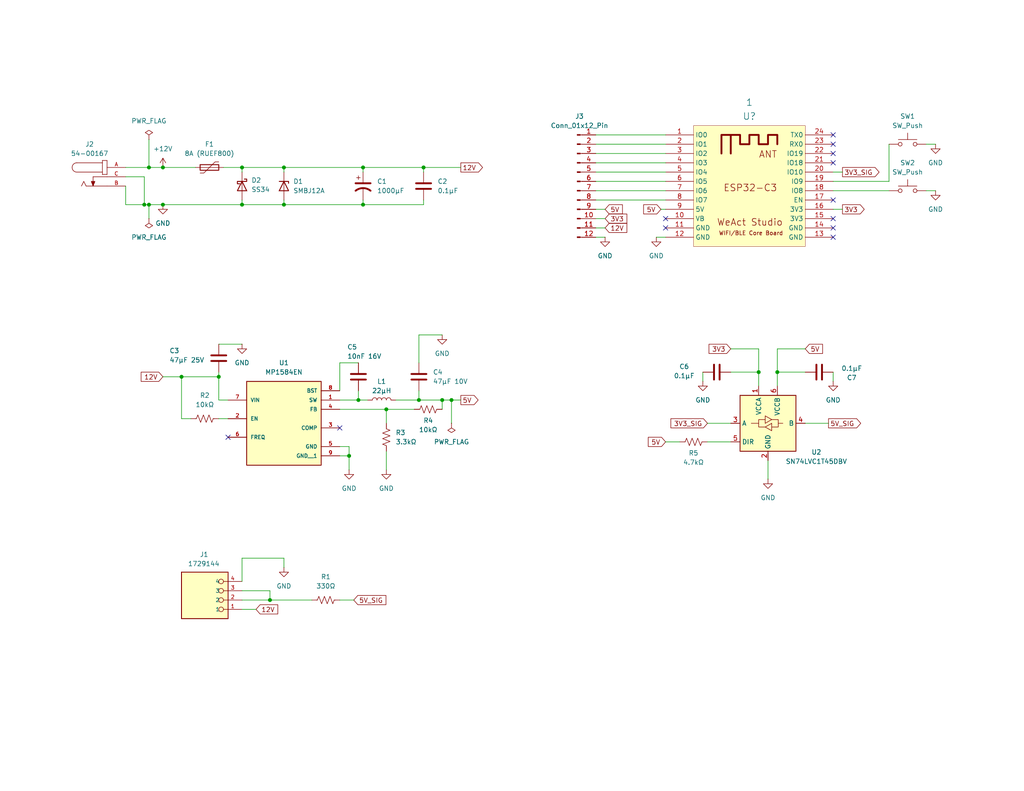
<source format=kicad_sch>
(kicad_sch (version 20231120) (generator "eeschema") (generator_version "8.0")
  (paper "USLetter")
  (title_block (title "LEDFoot") (date "2025-01-03") (rev "1") (company "Frosted Design"))
  (lib_symbols
    (symbol "1729144:1729144" (pin_names (offset 1.016))
      (property "Reference" "J" (at -6.85 7.62 0))
      (property "Value" "1729144" (at -6.35 -7.62 0))
      (symbol "1729144_0_0"
        (rectangle (start -6.35 -5.08) (end 6.35 7.62) (stroke (width 0.254)) (fill (type background)))
        (circle (center -4.445 -2.54) (radius 0.635) (stroke (width 0.1524)))
        (circle (center -4.445 0) (radius 0.635) (stroke (width 0.1524)))
        (circle (center -4.445 2.54) (radius 0.635) (stroke (width 0.1524)))
        (circle (center -4.445 5.08) (radius 0.635) (stroke (width 0.1524)))
        (pin passive line (at -10.16 5.08 0) (length 5.08) (name "1") (number "1"))
        (pin passive line (at -10.16 2.54 0) (length 5.08) (name "2") (number "2"))
        (pin passive line (at -10.16 0 0) (length 5.08) (name "3") (number "3"))
        (pin passive line (at -10.16 -2.54 0) (length 5.08) (name "4") (number "4"))
      )
    )
    (symbol "54-00167:54-00167" (pin_names (offset 1.016))
      (property "Reference" "J" (at -7.62 5.08 0))
      (property "Value" "54-00167" (at -7.62 -5.08 0))
      (symbol "54-00167_0_0"
        (arc (start -8.255 3.81) (mid -9.5194 2.54) (end -8.255 1.27) (stroke (width 0.1524)))
        (polyline (pts (xy -8.255 3.81) (xy -1.27 3.81)) (stroke (width 0.1524)))
        (polyline (pts (xy -6.35 -1.27) (xy -6.985 -2.54)) (stroke (width 0.1524)))
        (polyline (pts (xy -5.715 -2.54) (xy -6.35 -1.27)) (stroke (width 0.1524)))
        (polyline (pts (xy -3.81 0) (xy -3.81 -2.54)) (stroke (width 0.1524)))
        (polyline (pts (xy -1.27 0.635) (xy 0 0.635)) (stroke (width 0.1524)))
        (polyline (pts (xy -1.27 1.27) (xy -8.255 1.27)) (stroke (width 0.1524)))
        (polyline (pts (xy -1.27 1.27) (xy -1.27 0.635)) (stroke (width 0.1524)))
        (polyline (pts (xy -1.27 3.81) (xy -1.27 1.27)) (stroke (width 0.1524)))
        (polyline (pts (xy -1.27 4.445) (xy -1.27 3.81)) (stroke (width 0.1524)))
        (polyline (pts (xy 0 -2.54) (xy -5.715 -2.54)) (stroke (width 0.1524)))
        (polyline (pts (xy 0 0) (xy -3.81 0)) (stroke (width 0.1524)))
        (polyline (pts (xy 0 0.635) (xy 0 4.445)) (stroke (width 0.1524)))
        (polyline (pts (xy 0 4.445) (xy -1.27 4.445)) (stroke (width 0.1524)))
        (polyline (pts (xy -3.81 -2.54) (xy -4.318 -1.27) (xy -3.302 -1.27) (xy -3.81 -2.54)) (stroke (width 0.1524)) (fill (type outline)))
        (pin passive line (at 5.08 2.54 180) (length 5.08) (name "~") (number "A"))
        (pin passive line (at 5.08 -2.54 180) (length 5.08) (name "~") (number "B"))
        (pin passive line (at 5.08 0 180) (length 5.08) (name "~") (number "C"))
      )
    )
    (symbol "Connector:Conn_01x12_Pin" (pin_names (offset 1.016) hide)
      (property "Reference" "J" (at 0 15.24 0))
      (property "Value" "Conn_01x12_Pin" (at 0 -17.78 0))
      (symbol "Conn_01x12_Pin_1_1"
        (polyline (pts (xy 1.27 -15.24) (xy 0.8636 -15.24)) (stroke (width 0.1524)))
        (polyline (pts (xy 1.27 -12.7) (xy 0.8636 -12.7)) (stroke (width 0.1524)))
        (polyline (pts (xy 1.27 -10.16) (xy 0.8636 -10.16)) (stroke (width 0.1524)))
        (polyline (pts (xy 1.27 -7.62) (xy 0.8636 -7.62)) (stroke (width 0.1524)))
        (polyline (pts (xy 1.27 -5.08) (xy 0.8636 -5.08)) (stroke (width 0.1524)))
        (polyline (pts (xy 1.27 -2.54) (xy 0.8636 -2.54)) (stroke (width 0.1524)))
        (polyline (pts (xy 1.27 0) (xy 0.8636 0)) (stroke (width 0.1524)))
        (polyline (pts (xy 1.27 2.54) (xy 0.8636 2.54)) (stroke (width 0.1524)))
        (polyline (pts (xy 1.27 5.08) (xy 0.8636 5.08)) (stroke (width 0.1524)))
        (polyline (pts (xy 1.27 7.62) (xy 0.8636 7.62)) (stroke (width 0.1524)))
        (polyline (pts (xy 1.27 10.16) (xy 0.8636 10.16)) (stroke (width 0.1524)))
        (polyline (pts (xy 1.27 12.7) (xy 0.8636 12.7)) (stroke (width 0.1524)))
        (rectangle (start 0.8636 -15.113) (end 0 -15.367) (stroke (width 0.1524)) (fill (type outline)))
        (rectangle (start 0.8636 -12.573) (end 0 -12.827) (stroke (width 0.1524)) (fill (type outline)))
        (rectangle (start 0.8636 -10.033) (end 0 -10.287) (stroke (width 0.1524)) (fill (type outline)))
        (rectangle (start 0.8636 -7.493) (end 0 -7.747) (stroke (width 0.1524)) (fill (type outline)))
        (rectangle (start 0.8636 -4.953) (end 0 -5.207) (stroke (width 0.1524)) (fill (type outline)))
        (rectangle (start 0.8636 -2.413) (end 0 -2.667) (stroke (width 0.1524)) (fill (type outline)))
        (rectangle (start 0.8636 0.127) (end 0 -0.127) (stroke (width 0.1524)) (fill (type outline)))
        (rectangle (start 0.8636 2.667) (end 0 2.413) (stroke (width 0.1524)) (fill (type outline)))
        (rectangle (start 0.8636 5.207) (end 0 4.953) (stroke (width 0.1524)) (fill (type outline)))
        (rectangle (start 0.8636 7.747) (end 0 7.493) (stroke (width 0.1524)) (fill (type outline)))
        (rectangle (start 0.8636 10.287) (end 0 10.033) (stroke (width 0.1524)) (fill (type outline)))
        (rectangle (start 0.8636 12.827) (end 0 12.573) (stroke (width 0.1524)) (fill (type outline)))
        (pin passive line (at 5.08 12.7 180) (length 3.81) (name "Pin_1") (number "1"))
        (pin passive line (at 5.08 -10.16 180) (length 3.81) (name "Pin_10") (number "10"))
        (pin passive line (at 5.08 -12.7 180) (length 3.81) (name "Pin_11") (number "11"))
        (pin passive line (at 5.08 -15.24 180) (length 3.81) (name "Pin_12") (number "12"))
        (pin passive line (at 5.08 10.16 180) (length 3.81) (name "Pin_2") (number "2"))
        (pin passive line (at 5.08 7.62 180) (length 3.81) (name "Pin_3") (number "3"))
        (pin passive line (at 5.08 5.08 180) (length 3.81) (name "Pin_4") (number "4"))
        (pin passive line (at 5.08 2.54 180) (length 3.81) (name "Pin_5") (number "5"))
        (pin passive line (at 5.08 0 180) (length 3.81) (name "Pin_6") (number "6"))
        (pin passive line (at 5.08 -2.54 180) (length 3.81) (name "Pin_7") (number "7"))
        (pin passive line (at 5.08 -5.08 180) (length 3.81) (name "Pin_8") (number "8"))
        (pin passive line (at 5.08 -7.62 180) (length 3.81) (name "Pin_9") (number "9"))
      )
    )
    (symbol "Device:C" (pin_numbers hide) (pin_names (offset 0.254))
      (property "Reference" "C" (at 0.635 2.54 0))
      (property "Value" "C" (at 0.635 -2.54 0))
      (symbol "C_0_1"
        (polyline (pts (xy -2.032 -0.762) (xy 2.032 -0.762)) (stroke (width 0.508)))
        (polyline (pts (xy -2.032 0.762) (xy 2.032 0.762)) (stroke (width 0.508)))
      )
      (symbol "C_1_1"
        (pin passive line (at 0 3.81 270) (length 2.794) (name "~") (number "1"))
        (pin passive line (at 0 -3.81 90) (length 2.794) (name "~") (number "2"))
      )
    )
    (symbol "Device:C_Polarized_US" (pin_numbers hide) (pin_names (offset 0.254) hide)
      (property "Reference" "C" (at 0.635 2.54 0))
      (property "Value" "C_Polarized_US" (at 0.635 -2.54 0))
      (symbol "C_Polarized_US_0_1"
        (polyline (pts (xy -2.032 0.762) (xy 2.032 0.762)) (stroke (width 0.508)))
        (polyline (pts (xy -1.778 2.286) (xy -0.762 2.286)))
        (polyline (pts (xy -1.27 1.778) (xy -1.27 2.794)))
        (arc (start 2.032 -1.27) (mid 0 -0.5572) (end -2.032 -1.27) (stroke (width 0.508)))
      )
      (symbol "C_Polarized_US_1_1"
        (pin passive line (at 0 3.81 270) (length 2.794) (name "~") (number "1"))
        (pin passive line (at 0 -3.81 90) (length 3.302) (name "~") (number "2"))
      )
    )
    (symbol "Device:L" (pin_numbers hide) (pin_names (offset 1.016) hide)
      (property "Reference" "L" (at -1.27 0 90))
      (property "Value" "L" (at 1.905 0 90))
      (symbol "L_0_1"
        (arc (start 0 -2.54) (mid 0.6323 -1.905) (end 0 -1.27))
        (arc (start 0 -1.27) (mid 0.6323 -0.635) (end 0 0))
        (arc (start 0 0) (mid 0.6323 0.635) (end 0 1.27))
        (arc (start 0 1.27) (mid 0.6323 1.905) (end 0 2.54))
      )
      (symbol "L_1_1"
        (pin passive line (at 0 3.81 270) (length 1.27) (name "1") (number "1"))
        (pin passive line (at 0 -3.81 90) (length 1.27) (name "2") (number "2"))
      )
    )
    (symbol "Device:Polyfuse" (pin_numbers hide) (pin_names (offset 0))
      (property "Reference" "F" (at -2.54 0 90))
      (property "Value" "Polyfuse" (at 2.54 0 90))
      (symbol "Polyfuse_0_1"
        (rectangle (start -0.762 2.54) (end 0.762 -2.54) (stroke (width 0.254)))
        (polyline (pts (xy 0 2.54) (xy 0 -2.54)))
        (polyline (pts (xy -1.524 2.54) (xy -1.524 1.524) (xy 1.524 -1.524) (xy 1.524 -2.54)))
      )
      (symbol "Polyfuse_1_1"
        (pin passive line (at 0 3.81 270) (length 1.27) (name "~") (number "1"))
        (pin passive line (at 0 -3.81 90) (length 1.27) (name "~") (number "2"))
      )
    )
    (symbol "Device:R_US" (pin_numbers hide) (pin_names (offset 0))
      (property "Reference" "R" (at 2.54 0 90))
      (property "Value" "R_US" (at -2.54 0 90))
      (symbol "R_US_0_1"
        (polyline (pts (xy 0 -2.286) (xy 0 -2.54)))
        (polyline (pts (xy 0 2.286) (xy 0 2.54)))
        (polyline (pts (xy 0 -0.762) (xy 1.016 -1.143) (xy 0 -1.524) (xy -1.016 -1.905) (xy 0 -2.286)))
        (polyline (pts (xy 0 0.762) (xy 1.016 0.381) (xy 0 0) (xy -1.016 -0.381) (xy 0 -0.762)))
        (polyline (pts (xy 0 2.286) (xy 1.016 1.905) (xy 0 1.524) (xy -1.016 1.143) (xy 0 0.762)))
      )
      (symbol "R_US_1_1"
        (pin passive line (at 0 3.81 270) (length 1.27) (name "~") (number "1"))
        (pin passive line (at 0 -3.81 90) (length 1.27) (name "~") (number "2"))
      )
    )
    (symbol "Diode:PTVS12VZ1USK" (pin_numbers hide) (pin_names hide)
      (property "Reference" "D" (at 0 2.54 0))
      (property "Value" "PTVS12VZ1USK" (at 0 -2.54 0))
      (symbol "PTVS12VZ1USK_0_1"
        (polyline (pts (xy 1.27 0) (xy -1.27 0)))
        (polyline (pts (xy -1.27 -1.27) (xy -1.27 1.27) (xy -0.762 1.27)) (stroke (width 0.254)))
        (polyline (pts (xy 1.27 -1.27) (xy 1.27 1.27) (xy -1.27 0) (xy 1.27 -1.27)) (stroke (width 0.254)))
      )
      (symbol "PTVS12VZ1USK_1_1"
        (pin passive line (at -3.81 0 0) (length 2.54) (name "K") (number "1"))
        (pin passive line (at 3.81 0 180) (length 2.54) (name "A") (number "2"))
      )
    )
    (symbol "Diode:SS34" (pin_numbers hide) (pin_names (offset 1.016) hide)
      (property "Reference" "D" (at 0 2.54 0))
      (property "Value" "SS34" (at 0 -2.54 0))
      (symbol "SS34_0_1"
        (polyline (pts (xy 1.27 0) (xy -1.27 0)))
        (polyline (pts (xy 1.27 1.27) (xy 1.27 -1.27) (xy -1.27 0) (xy 1.27 1.27)) (stroke (width 0.254)))
        (polyline (pts (xy -1.905 0.635) (xy -1.905 1.27) (xy -1.27 1.27) (xy -1.27 -1.27) (xy -0.635 -1.27) (xy -0.635 -0.635)) (stroke (width 0.254)))
      )
      (symbol "SS34_1_1"
        (pin passive line (at -3.81 0 0) (length 2.54) (name "K") (number "1"))
        (pin passive line (at 3.81 0 180) (length 2.54) (name "A") (number "2"))
      )
    )
    (symbol "Logic_LevelTranslator:SN74LVC1T45DBV"
      (property "Reference" "U" (at -6.35 8.89 0))
      (property "Value" "SN74LVC1T45DBV" (at 3.81 8.89 0))
      (symbol "SN74LVC1T45DBV_0_1"
        (rectangle (start -7.62 7.62) (end 7.62 -7.62) (stroke (width 0.254)) (fill (type background)))
        (polyline (pts (xy -2.54 0) (xy -2.54 1.016) (xy -0.762 1.016)))
        (polyline (pts (xy 2.794 0) (xy 2.794 -1.016) (xy 1.016 -1.016)))
        (polyline (pts (xy -0.762 -1.016) (xy -2.54 -1.016) (xy -2.54 0) (xy -4.572 0)))
        (polyline (pts (xy -0.762 0) (xy -0.762 2.032) (xy 1.016 1.016) (xy -0.762 0)))
        (polyline (pts (xy 1.016 1.016) (xy 2.794 1.016) (xy 2.794 0) (xy 4.064 0)))
        (polyline (pts (xy 1.016 0) (xy 1.016 -1.778) (xy 1.016 -2.032) (xy -0.762 -1.016) (xy 1.016 0)))
      )
      (symbol "SN74LVC1T45DBV_1_1"
        (pin power_in line (at -2.54 10.16 270) (length 2.54) (name "VCCA") (number "1"))
        (pin power_in line (at 0 -10.16 90) (length 2.54) (name "GND") (number "2"))
        (pin bidirectional line (at -10.16 0 0) (length 2.54) (name "A") (number "3"))
        (pin bidirectional line (at 10.16 0 180) (length 2.54) (name "B") (number "4"))
        (pin input line (at -10.16 -5.08 0) (length 2.54) (name "DIR") (number "5"))
        (pin power_in line (at 2.54 10.16 270) (length 2.54) (name "VCCB") (number "6"))
      )
    )
    (symbol "MP1584EN:MP1584EN" (pin_names (offset 1.016))
      (property "Reference" "U" (at -10.185 10.6942 0))
      (property "Value" "MP1584EN" (at -10.1723 -15.2554 0))
      (symbol "MP1584EN_0_0"
        (rectangle (start -10.16 -12.7) (end 10.16 10.16) (stroke (width 0.254)) (fill (type background)))
        (pin output line (at 15.24 5.08 180) (length 5.08) (name "SW") (number "1"))
        (pin input line (at -15.24 0 0) (length 5.08) (name "EN") (number "2"))
        (pin output line (at 15.24 -2.54 180) (length 5.08) (name "COMP") (number "3"))
        (pin input line (at 15.24 2.54 180) (length 5.08) (name "FB") (number "4"))
        (pin power_in line (at 15.24 -7.62 180) (length 5.08) (name "GND") (number "5"))
        (pin input line (at -15.24 -5.08 0) (length 5.08) (name "FREQ") (number "6"))
        (pin input line (at -15.24 5.08 0) (length 5.08) (name "VIN") (number "7"))
        (pin passive line (at 15.24 7.62 180) (length 5.08) (name "BST") (number "8"))
        (pin power_in line (at 15.24 -10.16 180) (length 5.08) (name "GND__1") (number "9"))
      )
    )
    (symbol "Switch:SW_Push" (pin_numbers hide) (pin_names (offset 1.016) hide)
      (property "Reference" "SW" (at 1.27 2.54 0))
      (property "Value" "SW_Push" (at 0 -1.524 0))
      (symbol "SW_Push_0_1"
        (circle (center -2.032 0) (radius 0.508))
        (polyline (pts (xy 0 1.27) (xy 0 3.048)))
        (polyline (pts (xy 2.54 1.27) (xy -2.54 1.27)))
        (circle (center 2.032 0) (radius 0.508))
        (pin passive line (at -5.08 0 0) (length 2.54) (name "1") (number "1"))
        (pin passive line (at 5.08 0 180) (length 2.54) (name "2") (number "2"))
      )
    )
    (symbol "custom:ESP32-C3-WeAct-CH57xCH58xCoreBoard"
      (property "Value" "U?" (at -1.524 15.748 0))
      (symbol "ESP32-C3-WeAct-CH57xCH58xCoreBoard_1_0"
        (polyline (pts (xy -8.89 7.62) (xy -8.89 12.7) (xy -6.35 12.7) (xy -6.35 7.62) (xy -6.35 12.7) (xy -3.81 12.7) (xy -3.81 10.16) (xy -1.27 10.16) (xy -1.27 12.7) (xy 1.27 12.7) (xy 1.27 10.16) (xy 3.81 10.16) (xy 3.81 12.7) (xy 6.35 12.7) (xy 6.35 10.16)) (stroke (width 0.508)))
        (rectangle (start 13.97 15.24) (end -16.51 -17.78) (stroke (width 0.0254) (color 128 0 0 1)) (fill (type background)))
        (text "ANT" (at 1.27 6.35 0) (effects (font (size 1.8288 1.8288)) (justify left bottom)))
        (text "ESP32-C3" (at -8.382 -2.794 0) (effects (font (size 1.8288 1.8288)) (justify left bottom)))
        (text "WeAct Studio" (at -10.16 -12.192 0) (effects (font (size 1.8288 1.8288)) (justify left bottom)))
        (text "WIFI/BLE Core Board" (at -9.652 -14.732 0) (effects (font (size 1.0922 1.0922)) (justify left bottom)))
        (pin bidirectional line (at -24.13 12.7 0) (length 7.62) (name "IO0") (number "1"))
        (pin power_in line (at -24.13 -10.16 0) (length 7.62) (name "VB") (number "10"))
        (pin power_in line (at -24.13 -12.7 0) (length 7.62) (name "GND") (number "11"))
        (pin power_in line (at -24.13 -15.24 0) (length 7.62) (name "GND") (number "12"))
        (pin power_in line (at 21.59 -15.24 180) (length 7.62) (name "GND") (number "13"))
        (pin power_in line (at 21.59 -12.7 180) (length 7.62) (name "GND") (number "14"))
        (pin power_out line (at 21.59 -10.16 180) (length 7.62) (name "3V3") (number "15"))
        (pin power_out line (at 21.59 -7.62 180) (length 7.62) (name "3V3") (number "16"))
        (pin bidirectional line (at 21.59 -5.08 180) (length 7.62) (name "EN") (number "17"))
        (pin bidirectional line (at 21.59 -2.54 180) (length 7.62) (name "IO8") (number "18"))
        (pin bidirectional line (at 21.59 0 180) (length 7.62) (name "IO9") (number "19"))
        (pin bidirectional line (at -24.13 10.16 0) (length 7.62) (name "IO1") (number "2"))
        (pin bidirectional line (at 21.59 2.54 180) (length 7.62) (name "IO10") (number "20"))
        (pin bidirectional line (at 21.59 5.08 180) (length 7.62) (name "IO18") (number "21"))
        (pin bidirectional line (at 21.59 7.62 180) (length 7.62) (name "IO19") (number "22"))
        (pin bidirectional line (at 21.59 10.16 180) (length 7.62) (name "RX0") (number "23"))
        (pin bidirectional line (at 21.59 12.7 180) (length 7.62) (name "TX0") (number "24"))
        (pin bidirectional line (at -24.13 7.62 0) (length 7.62) (name "IO2") (number "3"))
        (pin bidirectional line (at -24.13 5.08 0) (length 7.62) (name "IO3") (number "4"))
        (pin bidirectional line (at -24.13 2.54 0) (length 7.62) (name "IO4") (number "5"))
        (pin bidirectional line (at -24.13 0 0) (length 7.62) (name "IO5") (number "6"))
        (pin bidirectional line (at -24.13 -2.54 0) (length 7.62) (name "IO6") (number "7"))
        (pin bidirectional line (at -24.13 -5.08 0) (length 7.62) (name "IO7") (number "8"))
        (pin power_in line (at -24.13 -7.62 0) (length 7.62) (name "5V") (number "9"))
      )
    )
    (symbol "power:+12V" (power) (pin_numbers hide) (pin_names (offset 0) hide)
      (property "Value" "+12V" (at 0 3.556 0))
      (symbol "+12V_0_1"
        (polyline (pts (xy -0.762 1.27) (xy 0 2.54)))
        (polyline (pts (xy 0 0) (xy 0 2.54)))
        (polyline (pts (xy 0 2.54) (xy 0.762 1.27)))
      )
      (symbol "+12V_1_1"
        (pin power_in line (at 0 0 90) (length 0) (name "~") (number "1"))
      )
    )
    (symbol "power:GND" (power) (pin_numbers hide) (pin_names (offset 0) hide)
      (property "Value" "GND" (at 0 -3.81 0))
      (symbol "GND_0_1"
        (polyline (pts (xy 0 0) (xy 0 -1.27) (xy 1.27 -1.27) (xy 0 -2.54) (xy -1.27 -1.27) (xy 0 -1.27)))
      )
      (symbol "GND_1_1"
        (pin power_in line (at 0 0 270) (length 0) (name "~") (number "1"))
      )
    )
    (symbol "power:PWR_FLAG" (power) (pin_numbers hide) (pin_names (offset 0) hide)
      (property "Value" "PWR_FLAG" (at 0 3.81 0))
      (symbol "PWR_FLAG_0_0"
        (pin power_out line (at 0 0 90) (length 0) (name "~") (number "1"))
      )
      (symbol "PWR_FLAG_0_1"
        (polyline (pts (xy 0 0) (xy 0 1.27) (xy -1.016 1.905) (xy 0 2.54) (xy 1.016 1.905) (xy 0 1.27)))
      )
    )
  )
  (junction (at 212.09 101.6))
  (junction (at 39.37 55.88))
  (junction (at 97.79 109.22))
  (junction (at 44.45 45.72))
  (junction (at 73.66 163.83))
  (junction (at 207.01 101.6))
  (junction (at 77.47 45.72))
  (junction (at 99.06 55.88))
  (junction (at 99.06 45.72))
  (junction (at 123.19 109.22))
  (junction (at 49.53 102.87))
  (junction (at 59.69 102.87))
  (junction (at 114.3 109.22))
  (junction (at 40.64 55.88))
  (junction (at 95.25 124.46))
  (junction (at 44.45 55.88))
  (junction (at 66.04 55.88))
  (junction (at 66.04 45.72))
  (junction (at 77.47 55.88))
  (junction (at 115.57 45.72))
  (junction (at 105.41 111.76))
  (junction (at 120.65 109.22))
  (junction (at 40.64 45.72))
  (no_connect (at 181.61 59.69))
  (no_connect (at 227.33 64.77))
  (no_connect (at 181.61 62.23))
  (no_connect (at 227.33 54.61))
  (no_connect (at 227.33 44.45))
  (no_connect (at 227.33 36.83))
  (no_connect (at 92.71 116.84))
  (no_connect (at 227.33 59.69))
  (no_connect (at 227.33 41.91))
  (no_connect (at 227.33 62.23))
  (no_connect (at 227.33 39.37))
  (no_connect (at 62.23 119.38))
  (wire (pts (xy 162.56 39.37) (xy 181.61 39.37)))
  (wire (pts (xy 114.3 106.68) (xy 114.3 109.22)))
  (wire (pts (xy 44.45 45.72) (xy 53.34 45.72)))
  (wire (pts (xy 193.04 115.57) (xy 199.39 115.57)))
  (wire (pts (xy 66.04 166.37) (xy 69.85 166.37)))
  (wire (pts (xy 44.45 55.88) (xy 66.04 55.88)))
  (wire (pts (xy 34.29 55.88) (xy 39.37 55.88)))
  (wire (pts (xy 40.64 38.1) (xy 40.64 45.72)))
  (wire (pts (xy 34.29 50.8) (xy 34.29 55.88)))
  (wire (pts (xy 59.69 109.22) (xy 62.23 109.22)))
  (wire (pts (xy 114.3 109.22) (xy 120.65 109.22)))
  (wire (pts (xy 39.37 48.26) (xy 34.29 48.26)))
  (wire (pts (xy 193.04 120.65) (xy 199.39 120.65)))
  (wire (pts (xy 115.57 54.61) (xy 115.57 55.88)))
  (wire (pts (xy 77.47 55.88) (xy 66.04 55.88)))
  (wire (pts (xy 162.56 41.91) (xy 181.61 41.91)))
  (wire (pts (xy 95.25 124.46) (xy 95.25 128.27)))
  (wire (pts (xy 162.56 54.61) (xy 181.61 54.61)))
  (wire (pts (xy 219.71 95.25) (xy 212.09 95.25)))
  (wire (pts (xy 66.04 55.88) (xy 66.04 54.61)))
  (wire (pts (xy 60.96 45.72) (xy 66.04 45.72)))
  (wire (pts (xy 227.33 57.15) (xy 229.87 57.15)))
  (wire (pts (xy 99.06 46.99) (xy 99.06 45.72)))
  (wire (pts (xy 162.56 46.99) (xy 181.61 46.99)))
  (wire (pts (xy 40.64 55.88) (xy 44.45 55.88)))
  (wire (pts (xy 34.29 45.72) (xy 40.64 45.72)))
  (wire (pts (xy 212.09 101.6) (xy 219.71 101.6)))
  (wire (pts (xy 180.34 57.15) (xy 181.61 57.15)))
  (wire (pts (xy 115.57 45.72) (xy 99.06 45.72)))
  (wire (pts (xy 181.61 64.77) (xy 179.07 64.77)))
  (wire (pts (xy 95.25 121.92) (xy 95.25 124.46)))
  (wire (pts (xy 105.41 123.19) (xy 105.41 128.27)))
  (wire (pts (xy 212.09 101.6) (xy 212.09 105.41)))
  (wire (pts (xy 66.04 152.4) (xy 77.47 152.4)))
  (wire (pts (xy 92.71 163.83) (xy 96.52 163.83)))
  (wire (pts (xy 242.57 39.37) (xy 242.57 49.53)))
  (wire (pts (xy 92.71 106.68) (xy 92.71 99.06)))
  (wire (pts (xy 255.27 39.37) (xy 252.73 39.37)))
  (wire (pts (xy 77.47 45.72) (xy 66.04 45.72)))
  (wire (pts (xy 227.33 49.53) (xy 242.57 49.53)))
  (wire (pts (xy 227.33 46.99) (xy 229.87 46.99)))
  (wire (pts (xy 162.56 49.53) (xy 181.61 49.53)))
  (wire (pts (xy 212.09 95.25) (xy 212.09 101.6)))
  (wire (pts (xy 191.77 101.6) (xy 191.77 104.14)))
  (wire (pts (xy 255.27 52.07) (xy 252.73 52.07)))
  (wire (pts (xy 39.37 55.88) (xy 40.64 55.88)))
  (wire (pts (xy 123.19 109.22) (xy 123.19 115.57)))
  (wire (pts (xy 39.37 48.26) (xy 39.37 55.88)))
  (wire (pts (xy 49.53 102.87) (xy 59.69 102.87)))
  (wire (pts (xy 107.95 109.22) (xy 114.3 109.22)))
  (wire (pts (xy 97.79 106.68) (xy 97.79 109.22)))
  (wire (pts (xy 199.39 101.6) (xy 207.01 101.6)))
  (wire (pts (xy 92.71 111.76) (xy 105.41 111.76)))
  (wire (pts (xy 97.79 109.22) (xy 100.33 109.22)))
  (wire (pts (xy 162.56 64.77) (xy 165.1 64.77)))
  (wire (pts (xy 40.64 45.72) (xy 44.45 45.72)))
  (wire (pts (xy 115.57 46.99) (xy 115.57 45.72)))
  (wire (pts (xy 66.04 163.83) (xy 73.66 163.83)))
  (wire (pts (xy 99.06 45.72) (xy 77.47 45.72)))
  (wire (pts (xy 162.56 62.23) (xy 165.1 62.23)))
  (wire (pts (xy 162.56 57.15) (xy 165.1 57.15)))
  (wire (pts (xy 120.65 109.22) (xy 120.65 111.76)))
  (wire (pts (xy 49.53 114.3) (xy 49.53 102.87)))
  (wire (pts (xy 123.19 109.22) (xy 125.73 109.22)))
  (wire (pts (xy 114.3 91.44) (xy 120.65 91.44)))
  (wire (pts (xy 66.04 152.4) (xy 66.04 158.75)))
  (wire (pts (xy 77.47 54.61) (xy 77.47 55.88)))
  (wire (pts (xy 92.71 124.46) (xy 95.25 124.46)))
  (wire (pts (xy 227.33 52.07) (xy 242.57 52.07)))
  (wire (pts (xy 207.01 101.6) (xy 207.01 105.41)))
  (wire (pts (xy 115.57 45.72) (xy 125.73 45.72)))
  (wire (pts (xy 59.69 114.3) (xy 62.23 114.3)))
  (wire (pts (xy 59.69 102.87) (xy 59.69 109.22)))
  (wire (pts (xy 59.69 101.6) (xy 59.69 102.87)))
  (wire (pts (xy 44.45 102.87) (xy 49.53 102.87)))
  (wire (pts (xy 99.06 54.61) (xy 99.06 55.88)))
  (wire (pts (xy 66.04 161.29) (xy 73.66 161.29)))
  (wire (pts (xy 162.56 36.83) (xy 181.61 36.83)))
  (wire (pts (xy 105.41 111.76) (xy 105.41 115.57)))
  (wire (pts (xy 52.07 114.3) (xy 49.53 114.3)))
  (wire (pts (xy 59.69 93.98) (xy 66.04 93.98)))
  (wire (pts (xy 162.56 52.07) (xy 181.61 52.07)))
  (wire (pts (xy 209.55 125.73) (xy 209.55 130.81)))
  (wire (pts (xy 40.64 55.88) (xy 40.64 59.69)))
  (wire (pts (xy 219.71 115.57) (xy 226.06 115.57)))
  (wire (pts (xy 73.66 161.29) (xy 73.66 163.83)))
  (wire (pts (xy 162.56 59.69) (xy 165.1 59.69)))
  (wire (pts (xy 99.06 55.88) (xy 77.47 55.88)))
  (wire (pts (xy 120.65 109.22) (xy 123.19 109.22)))
  (wire (pts (xy 92.71 99.06) (xy 97.79 99.06)))
  (wire (pts (xy 207.01 95.25) (xy 207.01 101.6)))
  (wire (pts (xy 227.33 101.6) (xy 227.33 104.14)))
  (wire (pts (xy 66.04 45.72) (xy 66.04 46.99)))
  (wire (pts (xy 77.47 152.4) (xy 77.47 154.94)))
  (wire (pts (xy 115.57 55.88) (xy 99.06 55.88)))
  (wire (pts (xy 77.47 46.99) (xy 77.47 45.72)))
  (wire (pts (xy 181.61 120.65) (xy 185.42 120.65)))
  (wire (pts (xy 105.41 111.76) (xy 113.03 111.76)))
  (wire (pts (xy 199.39 95.25) (xy 207.01 95.25)))
  (wire (pts (xy 92.71 109.22) (xy 97.79 109.22)))
  (wire (pts (xy 162.56 44.45) (xy 181.61 44.45)))
  (wire (pts (xy 92.71 121.92) (xy 95.25 121.92)))
  (wire (pts (xy 114.3 99.06) (xy 114.3 91.44)))
  (wire (pts (xy 73.66 163.83) (xy 85.09 163.83)))
  (global_label "3V3_SIG" (shape output) (at 229.87 46.99 0) (property "Intersheetrefs" "${INTERSHEET_REFS}" (effects (hide yes))))
  (global_label "5V" (shape input) (at 165.1 57.15 0) (property "Intersheetrefs" "${INTERSHEET_REFS}" (effects (hide yes))))
  (global_label "5V_SIG" (shape output) (at 226.06 115.57 0) (property "Intersheetrefs" "${INTERSHEET_REFS}" (effects (hide yes))))
  (global_label "12V" (shape output) (at 125.73 45.72 0) (property "Intersheetrefs" "${INTERSHEET_REFS}" (effects (hide yes))))
  (global_label "3V3" (shape input) (at 199.39 95.25 180) (property "Intersheetrefs" "${INTERSHEET_REFS}" (effects (hide yes))))
  (global_label "12V" (shape input) (at 165.1 62.23 0) (property "Intersheetrefs" "${INTERSHEET_REFS}" (effects (hide yes))))
  (global_label "3V3" (shape output) (at 229.87 57.15 0) (property "Intersheetrefs" "${INTERSHEET_REFS}" (effects (hide yes))))
  (global_label "5V" (shape input) (at 180.34 57.15 180) (property "Intersheetrefs" "${INTERSHEET_REFS}" (effects (hide yes))))
  (global_label "5V" (shape input) (at 181.61 120.65 180) (property "Intersheetrefs" "${INTERSHEET_REFS}" (effects (hide yes))))
  (global_label "5V_SIG" (shape input) (at 96.52 163.83 0) (property "Intersheetrefs" "${INTERSHEET_REFS}" (effects (hide yes))))
  (global_label "3V3" (shape input) (at 165.1 59.69 0) (property "Intersheetrefs" "${INTERSHEET_REFS}" (effects (hide yes))))
  (global_label "5V" (shape output) (at 125.73 109.22 0) (property "Intersheetrefs" "${INTERSHEET_REFS}" (effects (hide yes))))
  (global_label "3V3_SIG" (shape input) (at 193.04 115.57 180) (property "Intersheetrefs" "${INTERSHEET_REFS}" (effects (hide yes))))
  (global_label "5V" (shape input) (at 219.71 95.25 0) (property "Intersheetrefs" "${INTERSHEET_REFS}" (effects (hide yes))))
  (global_label "12V" (shape input) (at 44.45 102.87 180) (property "Intersheetrefs" "${INTERSHEET_REFS}" (effects (hide yes))))
  (global_label "12V" (shape input) (at 69.85 166.37 0) (property "Intersheetrefs" "${INTERSHEET_REFS}" (effects (hide yes))))
  (symbol (lib_id "Connector:Conn_01x12_Pin") (at 157.48 49.53 0) (unit 1)
    (property "Reference" "J3" (at 158.115 31.75 0))
    (property "Value" "Conn_01x12_Pin" (at 158.115 34.29 0))
    (property "Footprint" "Connector_PinHeader_2.54mm:PinHeader_1x12_P2.54mm_Vertical" (effects (hide yes)))
    (property "Description" "Generic connector, single row, 01x12, script generated" (effects (hide yes)))
  )
  (symbol (lib_id "Device:C_Polarized_US") (at 99.06 50.8 0) (unit 1)
    (property "Reference" "C1" (at 102.87 49.53 0) (effects (justify left)))
    (property "Value" "1000µF" (at 102.87 52.07 0) (effects (justify left)))
    (property "Footprint" "Capacitor_THT:CP_Radial_D10.0mm_P5.00mm" (effects (hide yes)))
    (property "Description" "Polarized capacitor, US symbol" (effects (hide yes)))
  )
  (symbol (lib_id "Switch:SW_Push") (at 247.65 52.07 0) (unit 1)
    (property "Reference" "SW2" (at 247.65 44.45 0))
    (property "Value" "SW_Push" (at 247.65 46.99 0))
    (property "Footprint" "Button_Switch_SMD:SW_SPST_PTS645" (effects (hide yes)))
    (property "Description" "Push button switch, generic, two pins" (effects (hide yes)))
  )
  (symbol (lib_id "power:GND") (at 227.33 104.14 0) (unit 1)
    (property "Reference" "#PWR011" (effects (hide yes)))
    (property "Value" "GND" (at 227.33 109.22 0))
    (property "Description" "Power symbol creates a global label with name \"GND\" , ground" (effects (hide yes)))
  )
  (symbol (lib_id "power:GND") (at 44.45 55.88 0) (unit 1)
    (property "Reference" "#PWR02" (effects (hide yes)))
    (property "Value" "GND" (at 44.45 60.96 0))
    (property "Description" "Power symbol creates a global label with name \"GND\" , ground" (effects (hide yes)))
  )
  (symbol (lib_id "power:GND") (at 191.77 104.14 0) (unit 1)
    (property "Reference" "#PWR010" (effects (hide yes)))
    (property "Value" "GND" (at 191.77 109.22 0))
    (property "Description" "Power symbol creates a global label with name \"GND\" , ground" (effects (hide yes)))
  )
  (symbol (lib_id "power:GND") (at 66.04 93.98 0) (unit 1)
    (property "Reference" "#PWR03" (effects (hide yes)))
    (property "Value" "GND" (at 66.04 99.06 0))
    (property "Description" "Power symbol creates a global label with name \"GND\" , ground" (effects (hide yes)))
  )
  (symbol (lib_id "Logic_LevelTranslator:SN74LVC1T45DBV") (at 209.55 115.57 0) (unit 1)
    (property "Reference" "U2" (at 222.758 123.444 0))
    (property "Value" "SN74LVC1T45DBV" (at 222.758 125.984 0))
    (property "Footprint" "Package_TO_SOT_SMD:SOT-23-6" (effects (hide yes)))
    (property "Datasheet" "http://www.ti.com/lit/ds/symlink/sn74lvc1t45.pdf" (effects (hide yes)))
    (property "Description" "Single-Bit Dual-Supply Bus Transceiver With Configurable Voltage Translation and 3-State Outputs, SOT-23-6" (effects (hide yes)))
  )
  (symbol (lib_id "Device:C") (at 97.79 102.87 0) (unit 1)
    (property "Reference" "C5" (at 94.742 94.742 0) (effects (justify left)))
    (property "Value" "10nF 16V" (at 94.742 97.282 0) (effects (justify left)))
    (property "Footprint" "Capacitor_SMD:C_0805_2012Metric" (effects (hide yes)))
    (property "Description" "Unpolarized capacitor" (effects (hide yes)))
  )
  (symbol (lib_id "Device:C") (at 223.52 101.6 90) (unit 1)
    (property "Reference" "C7" (at 232.41 103.124 90))
    (property "Value" "0.1µF" (at 232.41 100.584 90))
    (property "Footprint" "Capacitor_SMD:C_0603_1608Metric" (effects (hide yes)))
    (property "Description" "Unpolarized capacitor" (effects (hide yes)))
  )
  (symbol (lib_id "Device:R_US") (at 105.41 119.38 0) (unit 1)
    (property "Reference" "R3" (at 107.95 118.1099 0) (effects (justify left)))
    (property "Value" "3.3kΩ" (at 107.95 120.6499 0) (effects (justify left)))
    (property "Footprint" "Resistor_SMD:R_0805_2012Metric" (effects (hide yes)))
    (property "Description" "Resistor, US symbol" (effects (hide yes)))
  )
  (symbol (lib_id "Device:L") (at 104.14 109.22 90) (unit 1)
    (property "Reference" "L1" (at 104.14 104.14 90))
    (property "Value" "22µH" (at 104.14 106.68 90))
    (property "Footprint" "Inductor_SMD:L_APV_ANR4018" (effects (hide yes)))
    (property "Description" "Inductor" (effects (hide yes)))
  )
  (symbol (lib_id "Device:C") (at 59.69 97.79 0) (unit 1)
    (property "Reference" "C3" (at 46.228 95.758 0) (effects (justify left)))
    (property "Value" "47µF 25V" (at 46.228 98.298 0) (effects (justify left)))
    (property "Footprint" "Capacitor_SMD:C_0805_2012Metric" (effects (hide yes)))
    (property "Description" "Unpolarized capacitor" (effects (hide yes)))
  )
  (symbol (lib_id "power:GND") (at 95.25 128.27 0) (unit 1)
    (property "Reference" "#PWR05" (effects (hide yes)))
    (property "Value" "GND" (at 95.25 133.35 0))
    (property "Description" "Power symbol creates a global label with name \"GND\" , ground" (effects (hide yes)))
  )
  (symbol (lib_id "Diode:PTVS12VZ1USK") (at 77.47 50.8 270) (unit 1)
    (property "Reference" "D1" (at 80.01 49.5299 90) (effects (justify left)))
    (property "Value" "SMBJ12A" (at 80.01 52.0699 90) (effects (justify left)))
    (property "Footprint" "Diode_SMD:D_SMB" (effects (hide yes)))
    (property "Datasheet" "https://assets.nexperia.com/documents/data-sheet/PTVS12VZ1USK.pdf" (effects (hide yes)))
    (property "Description" "12V, 1900W TVS unidirectional diode, DSN1608-2" (effects (hide yes)))
  )
  (symbol (lib_id "power:GND") (at 105.41 128.27 0) (unit 1)
    (property "Reference" "#PWR04" (effects (hide yes)))
    (property "Value" "GND" (at 105.41 133.35 0))
    (property "Description" "Power symbol creates a global label with name \"GND\" , ground" (effects (hide yes)))
  )
  (symbol (lib_id "power:PWR_FLAG") (at 40.64 38.1 0) (unit 1)
    (property "Reference" "#FLG01" (effects (hide yes)))
    (property "Value" "PWR_FLAG" (at 40.64 33.02 0))
    (property "Description" "Special symbol for telling ERC where power comes from" (effects (hide yes)))
  )
  (symbol (lib_id "Device:R_US") (at 189.23 120.65 90) (unit 1)
    (property "Reference" "R5" (at 189.23 123.698 90))
    (property "Value" "4.7kΩ" (at 189.23 126.238 90))
    (property "Footprint" "Resistor_SMD:R_0805_2012Metric" (effects (hide yes)))
    (property "Description" "Resistor, US symbol" (effects (hide yes)))
  )
  (symbol (lib_id "Device:C") (at 115.57 50.8 0) (unit 1)
    (property "Reference" "C2" (at 119.38 49.5299 0) (effects (justify left)))
    (property "Value" "0.1µF" (at 119.38 52.0699 0) (effects (justify left)))
    (property "Footprint" "Capacitor_SMD:C_0603_1608Metric" (effects (hide yes)))
    (property "Description" "Unpolarized capacitor" (effects (hide yes)))
    (property "Part" "GRM188R72A104KA35D" (effects (hide yes)))
  )
  (symbol (lib_id "power:GND") (at 165.1 64.77 0) (unit 1)
    (property "Reference" "#PWR014" (effects (hide yes)))
    (property "Value" "GND" (at 165.1 69.85 0))
    (property "Description" "Power symbol creates a global label with name \"GND\" , ground" (effects (hide yes)))
  )
  (symbol (lib_id "power:PWR_FLAG") (at 40.64 59.69 180) (unit 1)
    (property "Reference" "#FLG02" (effects (hide yes)))
    (property "Value" "PWR_FLAG" (at 40.64 64.77 0))
    (property "Description" "Special symbol for telling ERC where power comes from" (effects (hide yes)))
  )
  (symbol (lib_id "power:GND") (at 77.47 154.94 0) (unit 1)
    (property "Reference" "#PWR08" (effects (hide yes)))
    (property "Value" "GND" (at 77.47 160.02 0))
    (property "Description" "Power symbol creates a global label with name \"GND\" , ground" (effects (hide yes)))
  )
  (symbol (lib_id "Device:C") (at 195.58 101.6 270) (unit 1)
    (property "Reference" "C6" (at 186.69 100.076 90))
    (property "Value" "0.1µF" (at 186.69 102.616 90))
    (property "Footprint" "Capacitor_SMD:C_0603_1608Metric" (effects (hide yes)))
    (property "Description" "Unpolarized capacitor" (effects (hide yes)))
  )
  (symbol (lib_id "Device:R_US") (at 55.88 114.3 90) (unit 1)
    (property "Reference" "R2" (at 55.88 107.95 90))
    (property "Value" "10kΩ" (at 55.88 110.49 90))
    (property "Footprint" "Resistor_SMD:R_0805_2012Metric" (effects (hide yes)))
    (property "Description" "Resistor, US symbol" (effects (hide yes)))
  )
  (symbol (lib_id "Device:C") (at 114.3 102.87 0) (unit 1)
    (property "Reference" "C4" (at 118.11 101.5999 0) (effects (justify left)))
    (property "Value" "47µF 10V" (at 118.11 104.1399 0) (effects (justify left)))
    (property "Footprint" "Capacitor_SMD:C_0805_2012Metric" (effects (hide yes)))
    (property "Description" "Unpolarized capacitor" (effects (hide yes)))
  )
  (symbol (lib_id "power:PWR_FLAG") (at 123.19 115.57 180) (unit 1)
    (property "Reference" "#FLG03" (effects (hide yes)))
    (property "Value" "PWR_FLAG" (at 123.19 120.65 0))
    (property "Description" "Special symbol for telling ERC where power comes from" (effects (hide yes)))
  )
  (symbol (lib_id "power:GND") (at 255.27 39.37 0) (unit 1)
    (property "Reference" "#PWR012" (effects (hide yes)))
    (property "Value" "GND" (at 255.27 44.45 0))
    (property "Description" "Power symbol creates a global label with name \"GND\" , ground" (effects (hide yes)))
  )
  (symbol (lib_id "power:+12V") (at 44.45 45.72 0) (unit 1)
    (property "Reference" "#PWR01" (effects (hide yes)))
    (property "Value" "+12V" (at 44.45 40.64 0))
    (property "Description" "Power symbol creates a global label with name \"+12V\"" (effects (hide yes)))
  )
  (symbol (lib_id "1729144:1729144") (at 55.88 161.29 180) (unit 1)
    (property "Reference" "J1" (at 56.896 151.384 0) (effects (justify left)))
    (property "Value" "1729144" (at 59.944 153.924 0) (effects (justify left)))
    (property "Footprint" "footprints:PHOENIX_1729144" (effects (hide yes)))
    (property "MANUFACTURER" "PHOENIX" (effects (hide yes)))
  )
  (symbol (lib_id "Device:R_US") (at 88.9 163.83 90) (unit 1)
    (property "Reference" "R1" (at 88.9 157.48 90))
    (property "Value" "330Ω" (at 88.9 160.02 90))
    (property "Footprint" "Resistor_SMD:R_0805_2012Metric" (effects (hide yes)))
    (property "Description" "Resistor, US symbol" (effects (hide yes)))
  )
  (symbol (lib_id "Switch:SW_Push") (at 247.65 39.37 0) (unit 1)
    (property "Reference" "SW1" (at 247.65 31.75 0))
    (property "Value" "SW_Push" (at 247.65 34.29 0))
    (property "Footprint" "Button_Switch_SMD:SW_SPST_PTS645" (effects (hide yes)))
    (property "Description" "Push button switch, generic, two pins" (effects (hide yes)))
  )
  (symbol (lib_id "power:GND") (at 179.07 64.77 0) (unit 1)
    (property "Reference" "#PWR07" (effects (hide yes)))
    (property "Value" "GND" (at 179.07 69.85 0))
    (property "Description" "Power symbol creates a global label with name \"GND\" , ground" (effects (hide yes)))
  )
  (symbol (lib_id "power:GND") (at 255.27 52.07 0) (unit 1)
    (property "Reference" "#PWR013" (effects (hide yes)))
    (property "Value" "GND" (at 255.27 57.15 0))
    (property "Description" "Power symbol creates a global label with name \"GND\" , ground" (effects (hide yes)))
  )
  (symbol (lib_id "Device:R_US") (at 116.84 111.76 90) (unit 1)
    (property "Reference" "R4" (at 116.84 114.808 90))
    (property "Value" "10kΩ" (at 116.84 117.348 90))
    (property "Footprint" "Resistor_SMD:R_0805_2012Metric" (effects (hide yes)))
    (property "Description" "Resistor, US symbol" (effects (hide yes)))
  )
  (symbol (lib_id "Device:Polyfuse") (at 57.15 45.72 90) (unit 1)
    (property "Reference" "F1" (at 57.15 39.37 90))
    (property "Value" "8A (RUEF800)" (at 57.15 41.91 90))
    (property "Footprint" "footprints:FUSRR505W81L660T250H1360" (effects (hide yes)))
    (property "Description" "Resettable fuse, polymeric positive temperature coefficient" (effects (hide yes)))
  )
  (symbol (lib_id "54-00167:54-00167") (at 29.21 48.26 0) (unit 1)
    (property "Reference" "J2" (at 24.4503 39.37 0))
    (property "Value" "54-00167" (at 24.4503 41.91 0))
    (property "Footprint" "footprints:TENSILITY_54-00167" (effects (hide yes)))
    (property "PARTREV" "A" (effects (hide yes)))
    (property "MANUFACTURER" "TENSILITY" (effects (hide yes)))
    (property "SNAPEDA_PN" "54-00166" (effects (hide yes)))
    (property "MAXIMUM_PACKAGE_HEIGHT" "11.2mm" (effects (hide yes)))
    (property "STANDARD" "Manufacturer Recommendations" (effects (hide yes)))
  )
  (symbol (lib_id "power:GND") (at 120.65 91.44 0) (unit 1)
    (property "Reference" "#PWR06" (effects (hide yes)))
    (property "Value" "GND" (at 120.65 96.52 0))
    (property "Description" "Power symbol creates a global label with name \"GND\" , ground" (effects (hide yes)))
  )
  (symbol (lib_id "MP1584EN:MP1584EN") (at 77.47 114.3 0) (unit 1)
    (property "Reference" "U1" (at 77.47 99.06 0))
    (property "Value" "MP1584EN" (at 77.47 101.6 0))
    (property "Footprint" "Custom:SOIC127P600X170-9N" (effects (hide yes)))
    (property "MF" "Monolithic Power" (effects (hide yes)))
    (property "PACKAGE" "None" (effects (hide yes)))
    (property "PRICE" "None" (effects (hide yes)))
    (property "Package" "SOIC-8 Monolithic Power" (effects (hide yes)))
    (property "Check_prices" "https://www.snapeda.com/parts/MP1584EN/Monolithic+Power+Systems/view-part/?ref=eda" (effects (hide yes)))
    (property "STANDARD" "IPC-7351B" (effects (hide yes)))
    (property "SnapEDA_Link" "https://www.snapeda.com/parts/MP1584EN/Monolithic+Power+Systems/view-part/?ref=snap" (effects (hide yes)))
    (property "MP" "MP1584EN" (effects (hide yes)))
    (property "Price" "None" (effects (hide yes)))
    (property "Availability" "In Stock" (effects (hide yes)))
    (property "AVAILABILITY" "Unavailable" (effects (hide yes)))
    (property "Description_1" "\n                        \n                            Buck Switching Regulator IC Positive Adjustable 0.8V 1 Output 3A 8-SOIC (0.154, 3.90mm Width) Exposed Pad\n                        \n" (effects (hide yes)))
  )
  (symbol (lib_id "Diode:SS34") (at 66.04 50.8 270) (unit 1)
    (property "Reference" "D2" (at 68.58 49.2124 90) (effects (justify left)))
    (property "Value" "SS34" (at 68.58 51.7524 90) (effects (justify left)))
    (property "Footprint" "Diode_SMD:D_SMA" (effects (hide yes)))
    (property "Datasheet" "https://www.vishay.com/docs/88751/ss32.pdf" (effects (hide yes)))
    (property "Description" "40V 3A Schottky Diode, SMA" (effects (hide yes)))
  )
  (symbol (lib_id "custom:ESP32-C3-WeAct-CH57xCH58xCoreBoard") (at 205.74 49.53 0) (unit 1)
    (property "Reference" "1" (at 204.47 27.94 0) (effects (font (size 1.8288 1.8288))))
    (property "Value" "U?" (at 204.47 31.75 0) (effects (font (size 1.8288 1.8288))))
    (property "Footprint" "Custom:WeAct-ESP32C3CoreBoard" (effects (hide yes)))
    (property "ComponentLink1Description" "WeAct Studio Taobao" (effects (hide yes)))
    (property "ComponentLink1URL" "weactstudio.taobao.com" (effects (hide yes)))
    (property "ComponentLink2Description" "WeAct Studio Aliexpress" (effects (hide yes)))
    (property "ComponentLink2URL" "weactstudio.aliexpress.com" (effects (hide yes)))
    (property "ComponentLink3Description" "WeAct Studio Github" (effects (hide yes)))
    (property "ComponentLink3URL" "github.com/WeActTC" (effects (hide yes)))
    (property "ComponentLink4Description" "WeAct Studio Gitee" (effects (hide yes)))
    (property "ComponentLink4URL" "gitee.com/WeAct-TC" (effects (hide yes)))
  )
  (symbol (lib_id "power:GND") (at 209.55 130.81 0) (unit 1)
    (property "Reference" "#PWR09" (effects (hide yes)))
    (property "Value" "GND" (at 209.55 135.89 0))
    (property "Description" "Power symbol creates a global label with name \"GND\" , ground" (effects (hide yes)))
  )
)
</source>
